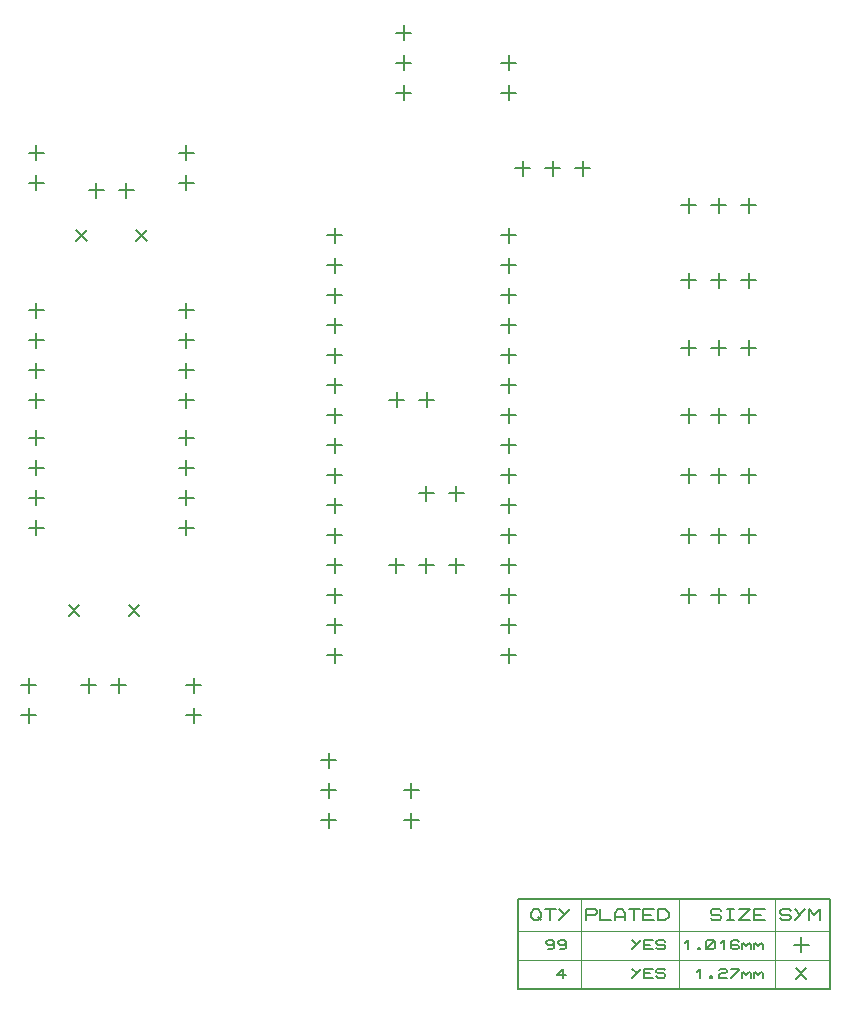
<source format=gbr>
G04 PROTEUS RS274X GERBER FILE*
%FSLAX45Y45*%
%MOMM*%
G01*
%ADD14C,0.203200*%
%ADD15C,0.127000*%
%ADD16C,0.063500*%
D14*
X+7161500Y+5064500D02*
X+7161500Y+4937500D01*
X+7225000Y+5001000D02*
X+7098000Y+5001000D01*
X+6907500Y+5064500D02*
X+6907500Y+4937500D01*
X+6971000Y+5001000D02*
X+6844000Y+5001000D01*
X+6653500Y+5064500D02*
X+6653500Y+4937500D01*
X+6717000Y+5001000D02*
X+6590000Y+5001000D01*
X+7161500Y+4493000D02*
X+7161500Y+4366000D01*
X+7225000Y+4429500D02*
X+7098000Y+4429500D01*
X+6907500Y+4493000D02*
X+6907500Y+4366000D01*
X+6971000Y+4429500D02*
X+6844000Y+4429500D01*
X+6653500Y+4493000D02*
X+6653500Y+4366000D01*
X+6717000Y+4429500D02*
X+6590000Y+4429500D01*
X+7161500Y+3921500D02*
X+7161500Y+3794500D01*
X+7225000Y+3858000D02*
X+7098000Y+3858000D01*
X+6907500Y+3921500D02*
X+6907500Y+3794500D01*
X+6971000Y+3858000D02*
X+6844000Y+3858000D01*
X+6653500Y+3921500D02*
X+6653500Y+3794500D01*
X+6717000Y+3858000D02*
X+6590000Y+3858000D01*
X+7161500Y+3413500D02*
X+7161500Y+3286500D01*
X+7225000Y+3350000D02*
X+7098000Y+3350000D01*
X+6907500Y+3413500D02*
X+6907500Y+3286500D01*
X+6971000Y+3350000D02*
X+6844000Y+3350000D01*
X+6653500Y+3413500D02*
X+6653500Y+3286500D01*
X+6717000Y+3350000D02*
X+6590000Y+3350000D01*
X+7161500Y+2905500D02*
X+7161500Y+2778500D01*
X+7225000Y+2842000D02*
X+7098000Y+2842000D01*
X+6907500Y+2905500D02*
X+6907500Y+2778500D01*
X+6971000Y+2842000D02*
X+6844000Y+2842000D01*
X+6653500Y+2905500D02*
X+6653500Y+2778500D01*
X+6717000Y+2842000D02*
X+6590000Y+2842000D01*
X+5129500Y+5191500D02*
X+5129500Y+5064500D01*
X+5193000Y+5128000D02*
X+5066000Y+5128000D01*
X+5129500Y+2651500D02*
X+5129500Y+2524500D01*
X+5193000Y+2588000D02*
X+5066000Y+2588000D01*
X+5129500Y+4683500D02*
X+5129500Y+4556500D01*
X+5193000Y+4620000D02*
X+5066000Y+4620000D01*
X+5129500Y+4429500D02*
X+5129500Y+4302500D01*
X+5193000Y+4366000D02*
X+5066000Y+4366000D01*
X+5129500Y+4175500D02*
X+5129500Y+4048500D01*
X+5193000Y+4112000D02*
X+5066000Y+4112000D01*
X+5129500Y+3921500D02*
X+5129500Y+3794500D01*
X+5193000Y+3858000D02*
X+5066000Y+3858000D01*
X+5129500Y+3667500D02*
X+5129500Y+3540500D01*
X+5193000Y+3604000D02*
X+5066000Y+3604000D01*
X+5129500Y+3413500D02*
X+5129500Y+3286500D01*
X+5193000Y+3350000D02*
X+5066000Y+3350000D01*
X+5129500Y+3159500D02*
X+5129500Y+3032500D01*
X+5193000Y+3096000D02*
X+5066000Y+3096000D01*
X+5129500Y+2905500D02*
X+5129500Y+2778500D01*
X+5193000Y+2842000D02*
X+5066000Y+2842000D01*
X+3656300Y+2905500D02*
X+3656300Y+2778500D01*
X+3719800Y+2842000D02*
X+3592800Y+2842000D01*
X+3656300Y+3159500D02*
X+3656300Y+3032500D01*
X+3719800Y+3096000D02*
X+3592800Y+3096000D01*
X+3656300Y+3413500D02*
X+3656300Y+3286500D01*
X+3719800Y+3350000D02*
X+3592800Y+3350000D01*
X+3656300Y+3667500D02*
X+3656300Y+3540500D01*
X+3719800Y+3604000D02*
X+3592800Y+3604000D01*
X+3656300Y+3921500D02*
X+3656300Y+3794500D01*
X+3719800Y+3858000D02*
X+3592800Y+3858000D01*
X+3656300Y+4175500D02*
X+3656300Y+4048500D01*
X+3719800Y+4112000D02*
X+3592800Y+4112000D01*
X+3656300Y+4429500D02*
X+3656300Y+4302500D01*
X+3719800Y+4366000D02*
X+3592800Y+4366000D01*
X+3656300Y+4683500D02*
X+3656300Y+4556500D01*
X+3719800Y+4620000D02*
X+3592800Y+4620000D01*
X+3656300Y+4937500D02*
X+3656300Y+4810500D01*
X+3719800Y+4874000D02*
X+3592800Y+4874000D01*
X+3656300Y+5191500D02*
X+3656300Y+5064500D01*
X+3719800Y+5128000D02*
X+3592800Y+5128000D01*
X+3656300Y+5445500D02*
X+3656300Y+5318500D01*
X+3719800Y+5382000D02*
X+3592800Y+5382000D01*
X+5129500Y+5445500D02*
X+5129500Y+5318500D01*
X+5193000Y+5382000D02*
X+5066000Y+5382000D01*
X+3656300Y+2651500D02*
X+3656300Y+2524500D01*
X+3719800Y+2588000D02*
X+3592800Y+2588000D01*
X+5129500Y+2143500D02*
X+5129500Y+2016500D01*
X+5193000Y+2080000D02*
X+5066000Y+2080000D01*
X+5129500Y+4937500D02*
X+5129500Y+4810500D01*
X+5193000Y+4874000D02*
X+5066000Y+4874000D01*
X+3656300Y+2397500D02*
X+3656300Y+2270500D01*
X+3719800Y+2334000D02*
X+3592800Y+2334000D01*
X+5129500Y+2397500D02*
X+5129500Y+2270500D01*
X+5193000Y+2334000D02*
X+5066000Y+2334000D01*
X+3656300Y+2143500D02*
X+3656300Y+2016500D01*
X+3719800Y+2080000D02*
X+3592800Y+2080000D01*
X+3656300Y+1889500D02*
X+3656300Y+1762500D01*
X+3719800Y+1826000D02*
X+3592800Y+1826000D01*
X+5129500Y+1889500D02*
X+5129500Y+1762500D01*
X+5193000Y+1826000D02*
X+5066000Y+1826000D01*
X+5129500Y+6652000D02*
X+5129500Y+6525000D01*
X+5193000Y+6588500D02*
X+5066000Y+6588500D01*
X+5129500Y+6906000D02*
X+5129500Y+6779000D01*
X+5193000Y+6842500D02*
X+5066000Y+6842500D01*
X+4304000Y+492500D02*
X+4304000Y+365500D01*
X+4367500Y+429000D02*
X+4240500Y+429000D01*
X+4304000Y+746500D02*
X+4304000Y+619500D01*
X+4367500Y+683000D02*
X+4240500Y+683000D01*
X+3605500Y+492500D02*
X+3605500Y+365500D01*
X+3669000Y+429000D02*
X+3542000Y+429000D01*
X+3605500Y+746500D02*
X+3605500Y+619500D01*
X+3669000Y+683000D02*
X+3542000Y+683000D01*
X+3605500Y+1000500D02*
X+3605500Y+873500D01*
X+3669000Y+937000D02*
X+3542000Y+937000D01*
X+4240500Y+6652000D02*
X+4240500Y+6525000D01*
X+4304000Y+6588500D02*
X+4177000Y+6588500D01*
X+4240500Y+6906000D02*
X+4240500Y+6779000D01*
X+4304000Y+6842500D02*
X+4177000Y+6842500D01*
X+4240500Y+7160000D02*
X+4240500Y+7033000D01*
X+4304000Y+7096500D02*
X+4177000Y+7096500D01*
X+2399000Y+3731000D02*
X+2399000Y+3604000D01*
X+2462500Y+3667500D02*
X+2335500Y+3667500D01*
X+1129000Y+3731000D02*
X+1129000Y+3604000D01*
X+1192500Y+3667500D02*
X+1065500Y+3667500D01*
X+2399000Y+2969000D02*
X+2399000Y+2842000D01*
X+2462500Y+2905500D02*
X+2335500Y+2905500D01*
X+2399000Y+3223000D02*
X+2399000Y+3096000D01*
X+2462500Y+3159500D02*
X+2335500Y+3159500D01*
X+2399000Y+3477000D02*
X+2399000Y+3350000D01*
X+2462500Y+3413500D02*
X+2335500Y+3413500D01*
X+1129000Y+3223000D02*
X+1129000Y+3096000D01*
X+1192500Y+3159500D02*
X+1065500Y+3159500D01*
X+1129000Y+3477000D02*
X+1129000Y+3350000D01*
X+1192500Y+3413500D02*
X+1065500Y+3413500D01*
X+1129000Y+2969000D02*
X+1129000Y+2842000D01*
X+1192500Y+2905500D02*
X+1065500Y+2905500D01*
X+2399000Y+4810500D02*
X+2399000Y+4683500D01*
X+2462500Y+4747000D02*
X+2335500Y+4747000D01*
X+1129000Y+4810500D02*
X+1129000Y+4683500D01*
X+1192500Y+4747000D02*
X+1065500Y+4747000D01*
X+2399000Y+4048500D02*
X+2399000Y+3921500D01*
X+2462500Y+3985000D02*
X+2335500Y+3985000D01*
X+2399000Y+4302500D02*
X+2399000Y+4175500D01*
X+2462500Y+4239000D02*
X+2335500Y+4239000D01*
X+2399000Y+4556500D02*
X+2399000Y+4429500D01*
X+2462500Y+4493000D02*
X+2335500Y+4493000D01*
X+1129000Y+4302500D02*
X+1129000Y+4175500D01*
X+1192500Y+4239000D02*
X+1065500Y+4239000D01*
X+1129000Y+4556500D02*
X+1129000Y+4429500D01*
X+1192500Y+4493000D02*
X+1065500Y+4493000D01*
X+1129000Y+4048500D02*
X+1129000Y+3921500D01*
X+1192500Y+3985000D02*
X+1065500Y+3985000D01*
X+1491401Y+2251901D02*
X+1401599Y+2162099D01*
X+1491401Y+2162099D02*
X+1401599Y+2251901D01*
X+1999401Y+2251901D02*
X+1909599Y+2162099D01*
X+1999401Y+2162099D02*
X+1909599Y+2251901D01*
X+1065500Y+1635500D02*
X+1065500Y+1508500D01*
X+1129000Y+1572000D02*
X+1002000Y+1572000D01*
X+1065500Y+1381500D02*
X+1065500Y+1254500D01*
X+1129000Y+1318000D02*
X+1002000Y+1318000D01*
X+2462500Y+1635500D02*
X+2462500Y+1508500D01*
X+2526000Y+1572000D02*
X+2399000Y+1572000D01*
X+2462500Y+1381500D02*
X+2462500Y+1254500D01*
X+2526000Y+1318000D02*
X+2399000Y+1318000D01*
X+1827500Y+1635500D02*
X+1827500Y+1508500D01*
X+1891000Y+1572000D02*
X+1764000Y+1572000D01*
X+1573500Y+1635500D02*
X+1573500Y+1508500D01*
X+1637000Y+1572000D02*
X+1510000Y+1572000D01*
X+1554901Y+5426901D02*
X+1465099Y+5337099D01*
X+1554901Y+5337099D02*
X+1465099Y+5426901D01*
X+2062901Y+5426901D02*
X+1973099Y+5337099D01*
X+2062901Y+5337099D02*
X+1973099Y+5426901D01*
X+1129000Y+6144000D02*
X+1129000Y+6017000D01*
X+1192500Y+6080500D02*
X+1065500Y+6080500D01*
X+1129000Y+5890000D02*
X+1129000Y+5763000D01*
X+1192500Y+5826500D02*
X+1065500Y+5826500D01*
X+2399000Y+6144000D02*
X+2399000Y+6017000D01*
X+2462500Y+6080500D02*
X+2335500Y+6080500D01*
X+2399000Y+5890000D02*
X+2399000Y+5763000D01*
X+2462500Y+5826500D02*
X+2335500Y+5826500D01*
X+1637000Y+5826500D02*
X+1637000Y+5699500D01*
X+1700500Y+5763000D02*
X+1573500Y+5763000D01*
X+1891000Y+5826500D02*
X+1891000Y+5699500D01*
X+1954500Y+5763000D02*
X+1827500Y+5763000D01*
X+4180000Y+4053500D02*
X+4180000Y+3926500D01*
X+4243500Y+3990000D02*
X+4116500Y+3990000D01*
X+4434000Y+4053500D02*
X+4434000Y+3926500D01*
X+4497500Y+3990000D02*
X+4370500Y+3990000D01*
X+4684000Y+3263500D02*
X+4684000Y+3136500D01*
X+4747500Y+3200000D02*
X+4620500Y+3200000D01*
X+4430000Y+3263500D02*
X+4430000Y+3136500D01*
X+4493500Y+3200000D02*
X+4366500Y+3200000D01*
X+4177000Y+2651500D02*
X+4177000Y+2524500D01*
X+4240500Y+2588000D02*
X+4113500Y+2588000D01*
X+4431000Y+2651500D02*
X+4431000Y+2524500D01*
X+4494500Y+2588000D02*
X+4367500Y+2588000D01*
X+4685000Y+2651500D02*
X+4685000Y+2524500D01*
X+4748500Y+2588000D02*
X+4621500Y+2588000D01*
X+6653500Y+5699500D02*
X+6653500Y+5572500D01*
X+6717000Y+5636000D02*
X+6590000Y+5636000D01*
X+6907500Y+5699500D02*
X+6907500Y+5572500D01*
X+6971000Y+5636000D02*
X+6844000Y+5636000D01*
X+7161500Y+5699500D02*
X+7161500Y+5572500D01*
X+7225000Y+5636000D02*
X+7098000Y+5636000D01*
X+6653500Y+2397500D02*
X+6653500Y+2270500D01*
X+6717000Y+2334000D02*
X+6590000Y+2334000D01*
X+6907500Y+2397500D02*
X+6907500Y+2270500D01*
X+6971000Y+2334000D02*
X+6844000Y+2334000D01*
X+7161500Y+2397500D02*
X+7161500Y+2270500D01*
X+7225000Y+2334000D02*
X+7098000Y+2334000D01*
X+5500000Y+6013500D02*
X+5500000Y+5886500D01*
X+5563500Y+5950000D02*
X+5436500Y+5950000D01*
X+5754000Y+6013500D02*
X+5754000Y+5886500D01*
X+5817500Y+5950000D02*
X+5690500Y+5950000D01*
X+5246000Y+6013500D02*
X+5246000Y+5886500D01*
X+5309500Y+5950000D02*
X+5182500Y+5950000D01*
D15*
X+5204520Y-1000160D02*
X+7848660Y-1000160D01*
X+7848660Y-238160D01*
X+5204520Y-238160D01*
X+5204520Y-1000160D01*
D16*
X+7381298Y-238160D02*
X+7381298Y-1000160D01*
X+6568498Y-238160D02*
X+6568498Y-1000160D01*
X+5735378Y-238160D02*
X+5735378Y-1000160D01*
X+7848660Y-511210D02*
X+5204520Y-511210D01*
X+7848660Y-752510D02*
X+5204520Y-752510D01*
D15*
X+7425750Y-401990D02*
X+7440990Y-417230D01*
X+7501950Y-417230D01*
X+7517190Y-401990D01*
X+7517190Y-386750D01*
X+7501950Y-371510D01*
X+7440990Y-371510D01*
X+7425750Y-356270D01*
X+7425750Y-341030D01*
X+7440990Y-325790D01*
X+7501950Y-325790D01*
X+7517190Y-341030D01*
X+7639110Y-325790D02*
X+7547670Y-417230D01*
X+7547670Y-325790D02*
X+7593390Y-371510D01*
X+7669590Y-417230D02*
X+7669590Y-325790D01*
X+7715310Y-371510D01*
X+7761030Y-325790D01*
X+7761030Y-417230D01*
X+6836470Y-401990D02*
X+6851710Y-417230D01*
X+6912670Y-417230D01*
X+6927910Y-401990D01*
X+6927910Y-386750D01*
X+6912670Y-371510D01*
X+6851710Y-371510D01*
X+6836470Y-356270D01*
X+6836470Y-341030D01*
X+6851710Y-325790D01*
X+6912670Y-325790D01*
X+6927910Y-341030D01*
X+6973630Y-325790D02*
X+7034590Y-325790D01*
X+7004110Y-325790D02*
X+7004110Y-417230D01*
X+6973630Y-417230D02*
X+7034590Y-417230D01*
X+7080310Y-325790D02*
X+7171750Y-325790D01*
X+7080310Y-417230D01*
X+7171750Y-417230D01*
X+7293670Y-417230D02*
X+7202230Y-417230D01*
X+7202230Y-325790D01*
X+7293670Y-325790D01*
X+7202230Y-371510D02*
X+7263190Y-371510D01*
X+5779830Y-417230D02*
X+5779830Y-325790D01*
X+5856030Y-325790D01*
X+5871270Y-341030D01*
X+5871270Y-356270D01*
X+5856030Y-371510D01*
X+5779830Y-371510D01*
X+5901750Y-325790D02*
X+5901750Y-417230D01*
X+5993190Y-417230D01*
X+6023670Y-417230D02*
X+6023670Y-356270D01*
X+6054150Y-325790D01*
X+6084630Y-325790D01*
X+6115110Y-356270D01*
X+6115110Y-417230D01*
X+6023670Y-386750D02*
X+6115110Y-386750D01*
X+6145590Y-325790D02*
X+6237030Y-325790D01*
X+6191310Y-325790D02*
X+6191310Y-417230D01*
X+6358950Y-417230D02*
X+6267510Y-417230D01*
X+6267510Y-325790D01*
X+6358950Y-325790D01*
X+6267510Y-371510D02*
X+6328470Y-371510D01*
X+6389430Y-417230D02*
X+6389430Y-325790D01*
X+6450390Y-325790D01*
X+6480870Y-356270D01*
X+6480870Y-386750D01*
X+6450390Y-417230D01*
X+6389430Y-417230D01*
X+5312470Y-356270D02*
X+5342950Y-325790D01*
X+5373430Y-325790D01*
X+5403910Y-356270D01*
X+5403910Y-386750D01*
X+5373430Y-417230D01*
X+5342950Y-417230D01*
X+5312470Y-386750D01*
X+5312470Y-356270D01*
X+5373430Y-386750D02*
X+5403910Y-417230D01*
X+5434390Y-325790D02*
X+5525830Y-325790D01*
X+5480110Y-325790D02*
X+5480110Y-417230D01*
X+5647750Y-325790D02*
X+5556310Y-417230D01*
X+5556310Y-325790D02*
X+5602030Y-371510D01*
D14*
X+7602280Y-562010D02*
X+7602280Y-689010D01*
X+7665780Y-625510D02*
X+7538780Y-625510D01*
D15*
X+6619300Y-612810D02*
X+6644700Y-587410D01*
X+6644700Y-663610D01*
X+6733600Y-650910D02*
X+6746300Y-650910D01*
X+6746300Y-663610D01*
X+6733600Y-663610D01*
X+6733600Y-650910D01*
X+6797100Y-650910D02*
X+6797100Y-600110D01*
X+6809800Y-587410D01*
X+6860600Y-587410D01*
X+6873300Y-600110D01*
X+6873300Y-650910D01*
X+6860600Y-663610D01*
X+6809800Y-663610D01*
X+6797100Y-650910D01*
X+6797100Y-663610D02*
X+6873300Y-587410D01*
X+6924100Y-612810D02*
X+6949500Y-587410D01*
X+6949500Y-663610D01*
X+7076500Y-600110D02*
X+7063800Y-587410D01*
X+7025700Y-587410D01*
X+7013000Y-600110D01*
X+7013000Y-650910D01*
X+7025700Y-663610D01*
X+7063800Y-663610D01*
X+7076500Y-650910D01*
X+7076500Y-638210D01*
X+7063800Y-625510D01*
X+7013000Y-625510D01*
X+7101900Y-663610D02*
X+7101900Y-612810D01*
X+7101900Y-625510D02*
X+7114600Y-612810D01*
X+7140000Y-638210D01*
X+7165400Y-612810D01*
X+7178100Y-625510D01*
X+7178100Y-663610D01*
X+7203500Y-663610D02*
X+7203500Y-612810D01*
X+7203500Y-625510D02*
X+7216200Y-612810D01*
X+7241600Y-638210D01*
X+7267000Y-612810D01*
X+7279700Y-625510D01*
X+7279700Y-663610D01*
X+6251000Y-587410D02*
X+6174800Y-663610D01*
X+6174800Y-587410D02*
X+6212900Y-625510D01*
X+6352600Y-663610D02*
X+6276400Y-663610D01*
X+6276400Y-587410D01*
X+6352600Y-587410D01*
X+6276400Y-625510D02*
X+6327200Y-625510D01*
X+6378000Y-650910D02*
X+6390700Y-663610D01*
X+6441500Y-663610D01*
X+6454200Y-650910D01*
X+6454200Y-638210D01*
X+6441500Y-625510D01*
X+6390700Y-625510D01*
X+6378000Y-612810D01*
X+6378000Y-600110D01*
X+6390700Y-587410D01*
X+6441500Y-587410D01*
X+6454200Y-600110D01*
X+5506780Y-612810D02*
X+5494080Y-625510D01*
X+5455980Y-625510D01*
X+5443280Y-612810D01*
X+5443280Y-600110D01*
X+5455980Y-587410D01*
X+5494080Y-587410D01*
X+5506780Y-600110D01*
X+5506780Y-650910D01*
X+5494080Y-663610D01*
X+5455980Y-663610D01*
X+5608380Y-612810D02*
X+5595680Y-625510D01*
X+5557580Y-625510D01*
X+5544880Y-612810D01*
X+5544880Y-600110D01*
X+5557580Y-587410D01*
X+5595680Y-587410D01*
X+5608380Y-600110D01*
X+5608380Y-650910D01*
X+5595680Y-663610D01*
X+5557580Y-663610D01*
D14*
X+7647181Y-821909D02*
X+7557379Y-911711D01*
X+7647181Y-911711D02*
X+7557379Y-821909D01*
D15*
X+6720900Y-854110D02*
X+6746300Y-828710D01*
X+6746300Y-904910D01*
X+6835200Y-892210D02*
X+6847900Y-892210D01*
X+6847900Y-904910D01*
X+6835200Y-904910D01*
X+6835200Y-892210D01*
X+6911400Y-841410D02*
X+6924100Y-828710D01*
X+6962200Y-828710D01*
X+6974900Y-841410D01*
X+6974900Y-854110D01*
X+6962200Y-866810D01*
X+6924100Y-866810D01*
X+6911400Y-879510D01*
X+6911400Y-904910D01*
X+6974900Y-904910D01*
X+7013000Y-828710D02*
X+7076500Y-828710D01*
X+7076500Y-841410D01*
X+7013000Y-904910D01*
X+7101900Y-904910D02*
X+7101900Y-854110D01*
X+7101900Y-866810D02*
X+7114600Y-854110D01*
X+7140000Y-879510D01*
X+7165400Y-854110D01*
X+7178100Y-866810D01*
X+7178100Y-904910D01*
X+7203500Y-904910D02*
X+7203500Y-854110D01*
X+7203500Y-866810D02*
X+7216200Y-854110D01*
X+7241600Y-879510D01*
X+7267000Y-854110D01*
X+7279700Y-866810D01*
X+7279700Y-904910D01*
X+6251000Y-828710D02*
X+6174800Y-904910D01*
X+6174800Y-828710D02*
X+6212900Y-866810D01*
X+6352600Y-904910D02*
X+6276400Y-904910D01*
X+6276400Y-828710D01*
X+6352600Y-828710D01*
X+6276400Y-866810D02*
X+6327200Y-866810D01*
X+6378000Y-892210D02*
X+6390700Y-904910D01*
X+6441500Y-904910D01*
X+6454200Y-892210D01*
X+6454200Y-879510D01*
X+6441500Y-866810D01*
X+6390700Y-866810D01*
X+6378000Y-854110D01*
X+6378000Y-841410D01*
X+6390700Y-828710D01*
X+6441500Y-828710D01*
X+6454200Y-841410D01*
X+5608380Y-879510D02*
X+5532180Y-879510D01*
X+5582980Y-828710D01*
X+5582980Y-904910D01*
M02*

</source>
